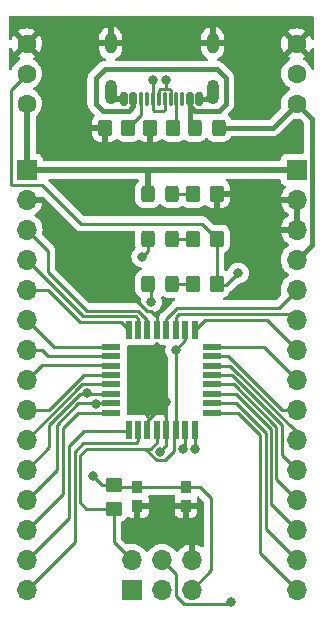
<source format=gbr>
%TF.GenerationSoftware,KiCad,Pcbnew,7.0.10*%
%TF.CreationDate,2024-02-12T16:57:49+10:00*%
%TF.ProjectId,devboard,64657662-6f61-4726-942e-6b696361645f,rev?*%
%TF.SameCoordinates,Original*%
%TF.FileFunction,Copper,L1,Top*%
%TF.FilePolarity,Positive*%
%FSLAX46Y46*%
G04 Gerber Fmt 4.6, Leading zero omitted, Abs format (unit mm)*
G04 Created by KiCad (PCBNEW 7.0.10) date 2024-02-12 16:57:49*
%MOMM*%
%LPD*%
G01*
G04 APERTURE LIST*
G04 Aperture macros list*
%AMRoundRect*
0 Rectangle with rounded corners*
0 $1 Rounding radius*
0 $2 $3 $4 $5 $6 $7 $8 $9 X,Y pos of 4 corners*
0 Add a 4 corners polygon primitive as box body*
4,1,4,$2,$3,$4,$5,$6,$7,$8,$9,$2,$3,0*
0 Add four circle primitives for the rounded corners*
1,1,$1+$1,$2,$3*
1,1,$1+$1,$4,$5*
1,1,$1+$1,$6,$7*
1,1,$1+$1,$8,$9*
0 Add four rect primitives between the rounded corners*
20,1,$1+$1,$2,$3,$4,$5,0*
20,1,$1+$1,$4,$5,$6,$7,0*
20,1,$1+$1,$6,$7,$8,$9,0*
20,1,$1+$1,$8,$9,$2,$3,0*%
G04 Aperture macros list end*
%TA.AperFunction,SMDPad,CuDef*%
%ADD10RoundRect,0.250000X0.350000X0.450000X-0.350000X0.450000X-0.350000X-0.450000X0.350000X-0.450000X0*%
%TD*%
%TA.AperFunction,SMDPad,CuDef*%
%ADD11RoundRect,0.250000X-0.350000X-0.450000X0.350000X-0.450000X0.350000X0.450000X-0.350000X0.450000X0*%
%TD*%
%TA.AperFunction,SMDPad,CuDef*%
%ADD12RoundRect,0.250000X0.325000X0.450000X-0.325000X0.450000X-0.325000X-0.450000X0.325000X-0.450000X0*%
%TD*%
%TA.AperFunction,ComponentPad*%
%ADD13R,1.700000X1.700000*%
%TD*%
%TA.AperFunction,ComponentPad*%
%ADD14O,1.700000X1.700000*%
%TD*%
%TA.AperFunction,SMDPad,CuDef*%
%ADD15RoundRect,0.250000X-0.325000X-0.450000X0.325000X-0.450000X0.325000X0.450000X-0.325000X0.450000X0*%
%TD*%
%TA.AperFunction,SMDPad,CuDef*%
%ADD16RoundRect,0.250000X0.450000X-0.350000X0.450000X0.350000X-0.450000X0.350000X-0.450000X-0.350000X0*%
%TD*%
%TA.AperFunction,SMDPad,CuDef*%
%ADD17R,0.900000X1.000000*%
%TD*%
%TA.AperFunction,ComponentPad*%
%ADD18C,1.600000*%
%TD*%
%TA.AperFunction,SMDPad,CuDef*%
%ADD19R,0.550000X1.600000*%
%TD*%
%TA.AperFunction,SMDPad,CuDef*%
%ADD20R,1.600000X0.550000*%
%TD*%
%TA.AperFunction,SMDPad,CuDef*%
%ADD21RoundRect,0.150000X0.150000X0.425000X-0.150000X0.425000X-0.150000X-0.425000X0.150000X-0.425000X0*%
%TD*%
%TA.AperFunction,SMDPad,CuDef*%
%ADD22RoundRect,0.075000X0.075000X0.500000X-0.075000X0.500000X-0.075000X-0.500000X0.075000X-0.500000X0*%
%TD*%
%TA.AperFunction,ComponentPad*%
%ADD23O,1.000000X2.100000*%
%TD*%
%TA.AperFunction,ComponentPad*%
%ADD24O,1.000000X1.800000*%
%TD*%
%TA.AperFunction,ViaPad*%
%ADD25C,0.800000*%
%TD*%
%TA.AperFunction,Conductor*%
%ADD26C,0.254000*%
%TD*%
%TA.AperFunction,Conductor*%
%ADD27C,0.250000*%
%TD*%
%TA.AperFunction,Conductor*%
%ADD28C,0.381000*%
%TD*%
%TA.AperFunction,Conductor*%
%ADD29C,0.508000*%
%TD*%
G04 APERTURE END LIST*
D10*
%TO.P,R6,1*%
%TO.N,Net-(J1-CC1)*%
X164830000Y-87884000D03*
%TO.P,R6,2*%
%TO.N,GND*%
X162830000Y-87884000D03*
%TD*%
D11*
%TO.P,R3,1*%
%TO.N,Net-(D3-A)*%
X166513000Y-101092000D03*
%TO.P,R3,2*%
%TO.N,/VDD_UART*%
X168513000Y-101092000D03*
%TD*%
D12*
%TO.P,D4,1,K*%
%TO.N,Net-(D4-K)*%
X164728000Y-93472000D03*
%TO.P,D4,2,A*%
%TO.N,+3.3V*%
X162678000Y-93472000D03*
%TD*%
D10*
%TO.P,R5,1*%
%TO.N,Net-(J1-CC2)*%
X161020000Y-87884000D03*
%TO.P,R5,2*%
%TO.N,GND*%
X159020000Y-87884000D03*
%TD*%
D13*
%TO.P,J4,1,Pin_1*%
%TO.N,+3.3V*%
X175260000Y-91445000D03*
D14*
%TO.P,J4,2,Pin_2*%
%TO.N,GND*%
X175260000Y-93985000D03*
%TO.P,J4,3,Pin_3*%
X175260000Y-96525000D03*
%TO.P,J4,4,Pin_4*%
%TO.N,/VIN*%
X175260000Y-99065000D03*
%TO.P,J4,5,Pin_5*%
%TO.N,/AREF*%
X175260000Y-101605000D03*
%TO.P,J4,6,Pin_6*%
%TO.N,/ADC6*%
X175260000Y-104145000D03*
%TO.P,J4,7,Pin_7*%
%TO.N,/SCK*%
X175260000Y-106685000D03*
%TO.P,J4,8,Pin_8*%
%TO.N,/MISO*%
X175260000Y-109225000D03*
%TO.P,J4,9,Pin_9*%
%TO.N,/MOSI*%
X175260000Y-111765000D03*
%TO.P,J4,10,Pin_10*%
%TO.N,/PB2*%
X175260000Y-114305000D03*
%TO.P,J4,11,Pin_11*%
%TO.N,/PB1*%
X175260000Y-116845000D03*
%TO.P,J4,12,Pin_12*%
%TO.N,/PB0*%
X175260000Y-119385000D03*
%TO.P,J4,13,Pin_13*%
%TO.N,/PD7*%
X175260000Y-121925000D03*
%TO.P,J4,14,Pin_14*%
%TO.N,/PD6*%
X175260000Y-124465000D03*
%TO.P,J4,15,Pin_15*%
%TO.N,/PD5*%
X175260000Y-127005000D03*
%TD*%
D13*
%TO.P,J2,1,MISO*%
%TO.N,/MISO*%
X161305000Y-127005000D03*
D14*
%TO.P,J2,2,VCC*%
%TO.N,+3.3V*%
X161305000Y-124465000D03*
%TO.P,J2,3,SCK*%
%TO.N,/SCK*%
X163845000Y-127005000D03*
%TO.P,J2,4,MOSI*%
%TO.N,/MOSI*%
X163845000Y-124465000D03*
%TO.P,J2,5,~{RST}*%
%TO.N,/RST*%
X166385000Y-127005000D03*
%TO.P,J2,6,GND*%
%TO.N,GND*%
X166385000Y-124465000D03*
%TD*%
D15*
%TO.P,D2,1,K*%
%TO.N,Net-(D2-K)*%
X162678000Y-97282000D03*
%TO.P,D2,2,A*%
%TO.N,Net-(D2-A)*%
X164728000Y-97282000D03*
%TD*%
D16*
%TO.P,R1,1*%
%TO.N,+3.3V*%
X159766000Y-120126000D03*
%TO.P,R1,2*%
%TO.N,/RST*%
X159766000Y-118126000D03*
%TD*%
D11*
%TO.P,R4,1*%
%TO.N,Net-(D4-K)*%
X166513000Y-93472000D03*
%TO.P,R4,2*%
%TO.N,GND*%
X168513000Y-93472000D03*
%TD*%
D15*
%TO.P,D3,1,K*%
%TO.N,Net-(D3-K)*%
X162678000Y-101092000D03*
%TO.P,D3,2,A*%
%TO.N,Net-(D3-A)*%
X164728000Y-101092000D03*
%TD*%
D17*
%TO.P,SW1,1,1*%
%TO.N,/RST*%
X161780000Y-118326000D03*
X165880000Y-118326000D03*
%TO.P,SW1,2,2*%
%TO.N,GND*%
X161780000Y-119926000D03*
X165880000Y-119926000D03*
%TD*%
D18*
%TO.P,SW3,1,A*%
%TO.N,+3.3V*%
X152400000Y-85852000D03*
%TO.P,SW3,2,B*%
%TO.N,/VDD_UART*%
X152400000Y-83312000D03*
%TO.P,SW3,3,C*%
%TO.N,GND*%
X152400000Y-80772000D03*
%TD*%
%TO.P,SW2,1,A*%
%TO.N,/VIN*%
X175260000Y-85852000D03*
%TO.P,SW2,2,B*%
%TO.N,Net-(SW2-B)*%
X175260000Y-83312000D03*
%TO.P,SW2,3,C*%
%TO.N,GND*%
X175260000Y-80772000D03*
%TD*%
D13*
%TO.P,J3,1,Pin_1*%
%TO.N,+3.3V*%
X152400000Y-91445000D03*
D14*
%TO.P,J3,2,Pin_2*%
%TO.N,GND*%
X152400000Y-93985000D03*
%TO.P,J3,3,Pin_3*%
%TO.N,/ADC7*%
X152400000Y-96525000D03*
%TO.P,J3,4,Pin_4*%
%TO.N,/PC0*%
X152400000Y-99065000D03*
%TO.P,J3,5,Pin_5*%
%TO.N,/PC1*%
X152400000Y-101605000D03*
%TO.P,J3,6,Pin_6*%
%TO.N,/PC2*%
X152400000Y-104145000D03*
%TO.P,J3,7,Pin_7*%
%TO.N,/PC3*%
X152400000Y-106685000D03*
%TO.P,J3,8,Pin_8*%
%TO.N,/PC4*%
X152400000Y-109225000D03*
%TO.P,J3,9,Pin_9*%
%TO.N,/PC5*%
X152400000Y-111765000D03*
%TO.P,J3,10,Pin_10*%
%TO.N,/RST*%
X152400000Y-114305000D03*
%TO.P,J3,11,Pin_11*%
%TO.N,/RXD*%
X152400000Y-116845000D03*
%TO.P,J3,12,Pin_12*%
%TO.N,/TXD*%
X152400000Y-119385000D03*
%TO.P,J3,13,Pin_13*%
%TO.N,/PD2*%
X152400000Y-121925000D03*
%TO.P,J3,14,Pin_14*%
%TO.N,/PD3*%
X152400000Y-124465000D03*
%TO.P,J3,15,Pin_15*%
%TO.N,/PD4*%
X152400000Y-127005000D03*
%TD*%
D11*
%TO.P,R2,1*%
%TO.N,Net-(D2-A)*%
X166513000Y-97282000D03*
%TO.P,R2,2*%
%TO.N,/VDD_UART*%
X168513000Y-97282000D03*
%TD*%
D19*
%TO.P,U1,1,PD3*%
%TO.N,/PD3*%
X161030000Y-113470000D03*
%TO.P,U1,2,PD4*%
%TO.N,/PD4*%
X161830000Y-113470000D03*
%TO.P,U1,3,GND*%
%TO.N,GND*%
X162630000Y-113470000D03*
%TO.P,U1,4,VCC*%
%TO.N,+3.3V*%
X163430000Y-113470000D03*
%TO.P,U1,5,GND*%
%TO.N,GND*%
X164230000Y-113470000D03*
%TO.P,U1,6,VCC*%
%TO.N,+3.3V*%
X165030000Y-113470000D03*
%TO.P,U1,7,XTAL1/PB6*%
%TO.N,Net-(U1-XTAL1{slash}PB6)*%
X165830000Y-113470000D03*
%TO.P,U1,8,XTAL2/PB7*%
%TO.N,Net-(U1-XTAL2{slash}PB7)*%
X166630000Y-113470000D03*
D20*
%TO.P,U1,9,PD5*%
%TO.N,/PD5*%
X168080000Y-112020000D03*
%TO.P,U1,10,PD6*%
%TO.N,/PD6*%
X168080000Y-111220000D03*
%TO.P,U1,11,PD7*%
%TO.N,/PD7*%
X168080000Y-110420000D03*
%TO.P,U1,12,PB0*%
%TO.N,/PB0*%
X168080000Y-109620000D03*
%TO.P,U1,13,PB1*%
%TO.N,/PB1*%
X168080000Y-108820000D03*
%TO.P,U1,14,PB2*%
%TO.N,/PB2*%
X168080000Y-108020000D03*
%TO.P,U1,15,PB3*%
%TO.N,/MOSI*%
X168080000Y-107220000D03*
%TO.P,U1,16,PB4*%
%TO.N,/MISO*%
X168080000Y-106420000D03*
D19*
%TO.P,U1,17,PB5*%
%TO.N,/SCK*%
X166630000Y-104970000D03*
%TO.P,U1,18,AVCC*%
%TO.N,+3.3V*%
X165830000Y-104970000D03*
%TO.P,U1,19,ADC6*%
%TO.N,/ADC6*%
X165030000Y-104970000D03*
%TO.P,U1,20,AREF*%
%TO.N,/AREF*%
X164230000Y-104970000D03*
%TO.P,U1,21,GND*%
%TO.N,GND*%
X163430000Y-104970000D03*
%TO.P,U1,22,ADC7*%
%TO.N,/ADC7*%
X162630000Y-104970000D03*
%TO.P,U1,23,PC0*%
%TO.N,/PC0*%
X161830000Y-104970000D03*
%TO.P,U1,24,PC1*%
%TO.N,/PC1*%
X161030000Y-104970000D03*
D20*
%TO.P,U1,25,PC2*%
%TO.N,/PC2*%
X159580000Y-106420000D03*
%TO.P,U1,26,PC3*%
%TO.N,/PC3*%
X159580000Y-107220000D03*
%TO.P,U1,27,PC4*%
%TO.N,/PC4*%
X159580000Y-108020000D03*
%TO.P,U1,28,PC5*%
%TO.N,/PC5*%
X159580000Y-108820000D03*
%TO.P,U1,29,~{RESET}/PC6*%
%TO.N,/RST*%
X159580000Y-109620000D03*
%TO.P,U1,30,PD0*%
%TO.N,/RXD*%
X159580000Y-110420000D03*
%TO.P,U1,31,PD1*%
%TO.N,/TXD*%
X159580000Y-111220000D03*
%TO.P,U1,32,PD2*%
%TO.N,/PD2*%
X159580000Y-112020000D03*
%TD*%
D12*
%TO.P,D1,1,K*%
%TO.N,/VIN*%
X168665000Y-87884000D03*
%TO.P,D1,2,A*%
%TO.N,/VBUS*%
X166615000Y-87884000D03*
%TD*%
D21*
%TO.P,J1,A1,GND*%
%TO.N,GND*%
X167030000Y-85468000D03*
%TO.P,J1,A4,VBUS*%
%TO.N,/VBUS*%
X166230000Y-85468000D03*
D22*
%TO.P,J1,A5,CC1*%
%TO.N,Net-(J1-CC1)*%
X165080000Y-85468000D03*
%TO.P,J1,A6,D+*%
%TO.N,/D+*%
X164080000Y-85468000D03*
%TO.P,J1,A7,D-*%
%TO.N,/D-*%
X163580000Y-85468000D03*
%TO.P,J1,A8,SBU1*%
%TO.N,unconnected-(J1-SBU1-PadA8)*%
X162580000Y-85468000D03*
D21*
%TO.P,J1,A9,VBUS*%
%TO.N,/VBUS*%
X161430000Y-85468000D03*
%TO.P,J1,A12,GND*%
%TO.N,GND*%
X160630000Y-85468000D03*
%TO.P,J1,B1,GND*%
X160630000Y-85468000D03*
%TO.P,J1,B4,VBUS*%
%TO.N,/VBUS*%
X161430000Y-85468000D03*
D22*
%TO.P,J1,B5,CC2*%
%TO.N,Net-(J1-CC2)*%
X162080000Y-85468000D03*
%TO.P,J1,B6,D+*%
%TO.N,/D+*%
X163080000Y-85468000D03*
%TO.P,J1,B7,D-*%
%TO.N,/D-*%
X164580000Y-85468000D03*
%TO.P,J1,B8,SBU2*%
%TO.N,unconnected-(J1-SBU2-PadB8)*%
X165580000Y-85468000D03*
D21*
%TO.P,J1,B9,VBUS*%
%TO.N,/VBUS*%
X166230000Y-85468000D03*
%TO.P,J1,B12,GND*%
%TO.N,GND*%
X167030000Y-85468000D03*
D23*
%TO.P,J1,S1,SHIELD*%
X168150000Y-84893000D03*
D24*
X168150000Y-80713000D03*
D23*
X159510000Y-84893000D03*
D24*
X159510000Y-80713000D03*
%TD*%
D25*
%TO.N,GND*%
X164211000Y-111125000D03*
X163703000Y-115316000D03*
%TO.N,Net-(U1-XTAL1{slash}PB6)*%
X165608000Y-115062000D03*
%TO.N,Net-(U1-XTAL2{slash}PB7)*%
X166624000Y-115062000D03*
%TO.N,+3.3V*%
X165030000Y-106699000D03*
%TO.N,Net-(D2-K)*%
X162179000Y-98806000D03*
%TO.N,Net-(D3-K)*%
X162941000Y-102616000D03*
%TO.N,/D+*%
X163068000Y-83820000D03*
%TO.N,/D-*%
X164211000Y-83820000D03*
%TO.N,/MOSI*%
X169672000Y-128078000D03*
%TO.N,/RST*%
X157988000Y-117348000D03*
%TO.N,/VDD_UART*%
X170307000Y-100203000D03*
%TO.N,/RXD*%
X157536520Y-110382423D03*
%TO.N,/TXD*%
X158242000Y-111252000D03*
%TD*%
D26*
%TO.N,/MOSI*%
X169568000Y-128182000D02*
X165711470Y-128182000D01*
X165711470Y-128182000D02*
X165022000Y-127492530D01*
X165022000Y-125642000D02*
X163845000Y-124465000D01*
X169672000Y-128078000D02*
X169568000Y-128182000D01*
X165022000Y-127492530D02*
X165022000Y-125642000D01*
%TO.N,/VDD_UART*%
X169291000Y-101219000D02*
X168640000Y-101219000D01*
X170307000Y-100203000D02*
X169291000Y-101219000D01*
X168640000Y-101219000D02*
X168513000Y-101092000D01*
%TO.N,+3.3V*%
X162433000Y-115062000D02*
X157480000Y-115062000D01*
X162433000Y-115074134D02*
X163401866Y-116043000D01*
X162892000Y-115062000D02*
X162433000Y-115062000D01*
X162433000Y-115062000D02*
X162433000Y-115074134D01*
X163401866Y-116043000D02*
X164119000Y-116043000D01*
X164881000Y-113619000D02*
X165030000Y-113470000D01*
X164119000Y-116043000D02*
X164881000Y-115281000D01*
X164881000Y-115281000D02*
X164881000Y-113619000D01*
D27*
%TO.N,GND*%
X162630000Y-113470000D02*
X162630000Y-112706000D01*
X162630000Y-112706000D02*
X164211000Y-111125000D01*
X164230000Y-113470000D02*
X164230000Y-114789000D01*
X162888000Y-103378000D02*
X162560000Y-103378000D01*
D28*
X167575000Y-85468000D02*
X168150000Y-84893000D01*
D27*
X164230000Y-111144000D02*
X164211000Y-111125000D01*
X164230000Y-113470000D02*
X164230000Y-111144000D01*
D28*
X160085000Y-85468000D02*
X159510000Y-84893000D01*
D27*
X163430000Y-103920000D02*
X162888000Y-103378000D01*
X163430000Y-104970000D02*
X163430000Y-103920000D01*
D28*
X160630000Y-85468000D02*
X160085000Y-85468000D01*
D27*
X162560000Y-103378000D02*
X161544000Y-102362000D01*
X164230000Y-114789000D02*
X163703000Y-115316000D01*
D28*
X167030000Y-85468000D02*
X167575000Y-85468000D01*
D26*
%TO.N,Net-(U1-XTAL1{slash}PB6)*%
X165830000Y-114840000D02*
X165830000Y-113470000D01*
X165608000Y-115062000D02*
X165830000Y-114840000D01*
%TO.N,Net-(U1-XTAL2{slash}PB7)*%
X166624000Y-113476000D02*
X166630000Y-113470000D01*
X166624000Y-115062000D02*
X166624000Y-113476000D01*
%TO.N,+3.3V*%
X157464000Y-120126000D02*
X159766000Y-120126000D01*
D29*
X152400000Y-91445000D02*
X162687000Y-91445000D01*
X162687000Y-91445000D02*
X162678000Y-91454000D01*
D26*
X163430000Y-114524000D02*
X162892000Y-115062000D01*
X156918000Y-115624000D02*
X156918000Y-119580000D01*
D29*
X162687000Y-91445000D02*
X175260000Y-91445000D01*
D26*
X165030000Y-110236000D02*
X165030000Y-108458000D01*
X157480000Y-115062000D02*
X156918000Y-115624000D01*
D29*
X152400000Y-85852000D02*
X152400000Y-91445000D01*
D26*
X165030000Y-106699000D02*
X165830000Y-105899000D01*
X165030000Y-108458000D02*
X165030000Y-106699000D01*
X163430000Y-113470000D02*
X163430000Y-114524000D01*
X165030000Y-113470000D02*
X165030000Y-110236000D01*
D29*
X162678000Y-91454000D02*
X162678000Y-93472000D01*
D26*
X156918000Y-119580000D02*
X157464000Y-120126000D01*
X159766000Y-122926000D02*
X161305000Y-124465000D01*
X159766000Y-120126000D02*
X159766000Y-122926000D01*
X165830000Y-105899000D02*
X165830000Y-104970000D01*
D28*
%TO.N,/VIN*%
X168665000Y-87884000D02*
X173228000Y-87884000D01*
X176547500Y-97777500D02*
X175260000Y-99065000D01*
X176547500Y-87139500D02*
X176547500Y-97777500D01*
X175260000Y-85852000D02*
X176547500Y-87139500D01*
X173228000Y-87884000D02*
X175260000Y-85852000D01*
%TO.N,/VBUS*%
X166230000Y-87499000D02*
X166615000Y-87884000D01*
X166230000Y-86042999D02*
X166230000Y-85468000D01*
X161430000Y-85468000D02*
X161430000Y-86042999D01*
X161430000Y-86042999D02*
X161039499Y-86433500D01*
X169291000Y-83693000D02*
X169291000Y-85852000D01*
X161039499Y-86433500D02*
X158823500Y-86433500D01*
X169291000Y-85852000D02*
X168709500Y-86433500D01*
X158823500Y-86433500D02*
X158242000Y-85852000D01*
X158242000Y-85852000D02*
X158242000Y-83693000D01*
X159004000Y-82931000D02*
X168529000Y-82931000D01*
X166230000Y-85468000D02*
X166230000Y-87499000D01*
X168529000Y-82931000D02*
X169291000Y-83693000D01*
X158242000Y-83693000D02*
X159004000Y-82931000D01*
X166620501Y-86433500D02*
X166230000Y-86042999D01*
X168709500Y-86433500D02*
X166620501Y-86433500D01*
D26*
%TO.N,Net-(D2-K)*%
X162179000Y-98806000D02*
X162687000Y-98298000D01*
X162687000Y-98298000D02*
X162687000Y-97291000D01*
X162687000Y-97291000D02*
X162678000Y-97282000D01*
%TO.N,Net-(D2-A)*%
X166513000Y-97282000D02*
X164728000Y-97282000D01*
%TO.N,Net-(D3-K)*%
X162941000Y-102616000D02*
X162941000Y-101355000D01*
X162941000Y-101355000D02*
X162678000Y-101092000D01*
%TO.N,Net-(D3-A)*%
X166513000Y-101092000D02*
X164728000Y-101092000D01*
%TO.N,Net-(D4-K)*%
X166513000Y-93472000D02*
X164728000Y-93472000D01*
%TO.N,Net-(J1-CC1)*%
X165080000Y-87634000D02*
X164830000Y-87884000D01*
X165080000Y-85468000D02*
X165080000Y-87634000D01*
%TO.N,/D+*%
X163080000Y-83832000D02*
X163068000Y-83820000D01*
X163080000Y-85468000D02*
X163080000Y-86372000D01*
X164080000Y-86364000D02*
X164080000Y-85468000D01*
X163080000Y-85468000D02*
X163080000Y-83832000D01*
X163195000Y-86487000D02*
X163957000Y-86487000D01*
X163957000Y-86487000D02*
X164080000Y-86364000D01*
X163080000Y-86372000D02*
X163195000Y-86487000D01*
%TO.N,/D-*%
X164580000Y-84689000D02*
X164580000Y-85468000D01*
X163580000Y-85468000D02*
X163580000Y-84709000D01*
X164100000Y-84566000D02*
X164211000Y-84455000D01*
X164457000Y-84566000D02*
X164580000Y-84689000D01*
X164211000Y-84455000D02*
X164211000Y-83820000D01*
X163723000Y-84566000D02*
X164457000Y-84566000D01*
X163723000Y-84566000D02*
X164100000Y-84566000D01*
X163580000Y-84709000D02*
X163723000Y-84566000D01*
%TO.N,Net-(J1-CC2)*%
X162080000Y-86824000D02*
X161020000Y-87884000D01*
X162080000Y-85468000D02*
X162080000Y-86824000D01*
%TO.N,/MISO*%
X175260000Y-109225000D02*
X172455000Y-106420000D01*
X172455000Y-106420000D02*
X168080000Y-106420000D01*
%TO.N,/SCK*%
X167460000Y-104140000D02*
X166630000Y-104970000D01*
X172715000Y-104140000D02*
X167460000Y-104140000D01*
X175260000Y-106685000D02*
X172715000Y-104140000D01*
%TO.N,/MOSI*%
X175260000Y-111765000D02*
X174002052Y-111765000D01*
X174002052Y-111765000D02*
X169457052Y-107220000D01*
X169457052Y-107220000D02*
X168080000Y-107220000D01*
%TO.N,/RST*%
X152400000Y-114305000D02*
X152400000Y-114300000D01*
X157080000Y-109620000D02*
X159580000Y-109620000D01*
X152400000Y-114300000D02*
X157080000Y-109620000D01*
X159966000Y-118326000D02*
X159766000Y-118126000D01*
X165880000Y-118326000D02*
X167094000Y-118326000D01*
X161780000Y-118326000D02*
X159966000Y-118326000D01*
X159766000Y-118126000D02*
X158766000Y-118126000D01*
X168021000Y-125369000D02*
X166385000Y-127005000D01*
X165880000Y-118326000D02*
X161780000Y-118326000D01*
X167094000Y-118326000D02*
X168021000Y-119253000D01*
X168021000Y-119253000D02*
X168021000Y-125369000D01*
X158766000Y-118126000D02*
X157988000Y-117348000D01*
%TO.N,/VDD_UART*%
X151049000Y-84663000D02*
X151049000Y-92710000D01*
X152400000Y-83312000D02*
X151049000Y-84663000D01*
X153670000Y-92710000D02*
X156972000Y-96012000D01*
X156972000Y-96012000D02*
X167243000Y-96012000D01*
X167243000Y-96012000D02*
X168513000Y-97282000D01*
X168513000Y-97282000D02*
X168513000Y-101092000D01*
X151049000Y-92710000D02*
X153670000Y-92710000D01*
%TO.N,/PD3*%
X160962000Y-113538000D02*
X157226000Y-113538000D01*
X155956000Y-114808000D02*
X155956000Y-120904000D01*
X157226000Y-113538000D02*
X155956000Y-114808000D01*
X155956000Y-120904000D02*
X152400000Y-124460000D01*
X161030000Y-113470000D02*
X160962000Y-113538000D01*
X152400000Y-124460000D02*
X152400000Y-124465000D01*
%TO.N,/PD4*%
X156464000Y-122936000D02*
X156464000Y-115316000D01*
X161632000Y-114597000D02*
X161830000Y-114399000D01*
X152400000Y-127005000D02*
X152400000Y-127000000D01*
X157183000Y-114597000D02*
X161632000Y-114597000D01*
X152400000Y-127000000D02*
X156464000Y-122936000D01*
X156464000Y-115316000D02*
X157183000Y-114597000D01*
X161830000Y-114399000D02*
X161830000Y-113470000D01*
%TO.N,/PD5*%
X172174000Y-123919000D02*
X175260000Y-127005000D01*
X168080000Y-112020000D02*
X170305948Y-112020000D01*
X172174000Y-113888052D02*
X172174000Y-123919000D01*
X170305948Y-112020000D02*
X172174000Y-113888052D01*
%TO.N,/PD6*%
X170148000Y-111220000D02*
X172628000Y-113700000D01*
X168080000Y-111220000D02*
X170148000Y-111220000D01*
X172628000Y-113700000D02*
X172628000Y-121833000D01*
X172628000Y-121833000D02*
X175260000Y-124465000D01*
%TO.N,/PD7*%
X170088844Y-110420000D02*
X168080000Y-110420000D01*
X173082000Y-113413156D02*
X170088844Y-110420000D01*
X175260000Y-121925000D02*
X173082000Y-119747000D01*
X173082000Y-119747000D02*
X173082000Y-113413156D01*
%TO.N,/PB0*%
X173536000Y-117661000D02*
X173536000Y-113225104D01*
X173536000Y-113225104D02*
X169930896Y-109620000D01*
X169930896Y-109620000D02*
X168080000Y-109620000D01*
X175260000Y-119385000D02*
X173536000Y-117661000D01*
%TO.N,/PB1*%
X173990000Y-115575000D02*
X173990000Y-113037052D01*
X175260000Y-116845000D02*
X173990000Y-115575000D01*
X173990000Y-113037052D02*
X169772948Y-108820000D01*
X169772948Y-108820000D02*
X168080000Y-108820000D01*
%TO.N,/PB2*%
X175260000Y-114305000D02*
X175260000Y-113665000D01*
X175260000Y-113665000D02*
X169615000Y-108020000D01*
X169615000Y-108020000D02*
X168080000Y-108020000D01*
%TO.N,/ADC6*%
X175260000Y-104145000D02*
X174747000Y-103632000D01*
X174747000Y-103632000D02*
X165314000Y-103632000D01*
X165314000Y-103632000D02*
X165030000Y-103916000D01*
X165030000Y-103916000D02*
X165030000Y-104970000D01*
%TO.N,/AREF*%
X165147000Y-103124000D02*
X164230000Y-104041000D01*
X175260000Y-101605000D02*
X173741000Y-103124000D01*
X173741000Y-103124000D02*
X165147000Y-103124000D01*
X164230000Y-104041000D02*
X164230000Y-104970000D01*
%TO.N,/ADC7*%
X154178000Y-100076000D02*
X157491000Y-103389000D01*
X154178000Y-98303000D02*
X154178000Y-100076000D01*
X157491000Y-103389000D02*
X161820052Y-103389000D01*
X152400000Y-96525000D02*
X154178000Y-98303000D01*
X161820052Y-103389000D02*
X162630000Y-104198948D01*
X162630000Y-104198948D02*
X162630000Y-104970000D01*
%TO.N,/PC0*%
X161632000Y-103843000D02*
X161830000Y-104041000D01*
X157183000Y-103843000D02*
X161632000Y-103843000D01*
X152400000Y-99065000D02*
X152405000Y-99065000D01*
X161830000Y-104041000D02*
X161830000Y-104970000D01*
X152405000Y-99065000D02*
X157183000Y-103843000D01*
%TO.N,/PC1*%
X152400000Y-101605000D02*
X154183000Y-101605000D01*
X156875000Y-104297000D02*
X160357000Y-104297000D01*
X154183000Y-101605000D02*
X156875000Y-104297000D01*
X160357000Y-104297000D02*
X161030000Y-104970000D01*
%TO.N,/PC2*%
X152400000Y-104145000D02*
X154675000Y-106420000D01*
X154675000Y-106420000D02*
X159580000Y-106420000D01*
%TO.N,/PC3*%
X154210000Y-107220000D02*
X159580000Y-107220000D01*
X152400000Y-106685000D02*
X152405000Y-106680000D01*
X153670000Y-106680000D02*
X154210000Y-107220000D01*
X152405000Y-106680000D02*
X153670000Y-106680000D01*
%TO.N,/PC4*%
X153675000Y-107950000D02*
X159510000Y-107950000D01*
X159510000Y-107950000D02*
X159580000Y-108020000D01*
X152400000Y-109225000D02*
X153675000Y-107950000D01*
%TO.N,/PC5*%
X157237948Y-108820000D02*
X159580000Y-108820000D01*
X152400000Y-111765000D02*
X154292948Y-111765000D01*
X154292948Y-111765000D02*
X157237948Y-108820000D01*
%TO.N,/RXD*%
X154305000Y-113037052D02*
X156922052Y-110420000D01*
X156922052Y-110420000D02*
X159580000Y-110420000D01*
X152400000Y-116845000D02*
X154305000Y-114940000D01*
X154305000Y-114940000D02*
X154305000Y-113037052D01*
%TO.N,/TXD*%
X156764104Y-111220000D02*
X159580000Y-111220000D01*
X154940000Y-113044104D02*
X156764104Y-111220000D01*
X154940000Y-116845000D02*
X154940000Y-113044104D01*
X152400000Y-119385000D02*
X154940000Y-116845000D01*
%TO.N,/PD2*%
X155448000Y-113284000D02*
X155448000Y-118877000D01*
X155448000Y-118877000D02*
X152400000Y-121925000D01*
X159580000Y-112020000D02*
X156712000Y-112020000D01*
X156712000Y-112020000D02*
X155448000Y-113284000D01*
%TD*%
%TA.AperFunction,Conductor*%
%TO.N,GND*%
G36*
X164924318Y-118973185D02*
G01*
X164970073Y-119025989D01*
X164973461Y-119034166D01*
X164989303Y-119076640D01*
X164987733Y-119077225D01*
X165000383Y-119135367D01*
X164988687Y-119175206D01*
X164989746Y-119175601D01*
X164936403Y-119318620D01*
X164936401Y-119318627D01*
X164930000Y-119378155D01*
X164930000Y-119676000D01*
X166830000Y-119676000D01*
X166830000Y-119378172D01*
X166829999Y-119378155D01*
X166823598Y-119318627D01*
X166823596Y-119318619D01*
X166799370Y-119253667D01*
X166794385Y-119183975D01*
X166827869Y-119122652D01*
X166889192Y-119089166D01*
X166958884Y-119094150D01*
X167003232Y-119122651D01*
X167357181Y-119476600D01*
X167390666Y-119537923D01*
X167393500Y-119564281D01*
X167393500Y-123284912D01*
X167373815Y-123351951D01*
X167321011Y-123397706D01*
X167251853Y-123407650D01*
X167198376Y-123386487D01*
X167062578Y-123291399D01*
X166848492Y-123191570D01*
X166848486Y-123191567D01*
X166635000Y-123134364D01*
X166635000Y-124029498D01*
X166527315Y-123980320D01*
X166420763Y-123965000D01*
X166349237Y-123965000D01*
X166242685Y-123980320D01*
X166135000Y-124029498D01*
X166135000Y-123134364D01*
X166134999Y-123134364D01*
X165921513Y-123191567D01*
X165921507Y-123191570D01*
X165707422Y-123291399D01*
X165707420Y-123291400D01*
X165513926Y-123426886D01*
X165513920Y-123426891D01*
X165346891Y-123593920D01*
X165346890Y-123593922D01*
X165216880Y-123779595D01*
X165162303Y-123823219D01*
X165092804Y-123830412D01*
X165030450Y-123798890D01*
X165013730Y-123779594D01*
X164883494Y-123593597D01*
X164716402Y-123426506D01*
X164716395Y-123426501D01*
X164522834Y-123290967D01*
X164522830Y-123290965D01*
X164502689Y-123281573D01*
X164308663Y-123191097D01*
X164308659Y-123191096D01*
X164308655Y-123191094D01*
X164080413Y-123129938D01*
X164080403Y-123129936D01*
X163845001Y-123109341D01*
X163844999Y-123109341D01*
X163609596Y-123129936D01*
X163609586Y-123129938D01*
X163381344Y-123191094D01*
X163381337Y-123191096D01*
X163381337Y-123191097D01*
X163374007Y-123194515D01*
X163167171Y-123290964D01*
X163167169Y-123290965D01*
X162973597Y-123426505D01*
X162806505Y-123593597D01*
X162676575Y-123779158D01*
X162621998Y-123822783D01*
X162552500Y-123829977D01*
X162490145Y-123798454D01*
X162473425Y-123779158D01*
X162343494Y-123593597D01*
X162176402Y-123426506D01*
X162176395Y-123426501D01*
X161982834Y-123290967D01*
X161982830Y-123290965D01*
X161962689Y-123281573D01*
X161768663Y-123191097D01*
X161768659Y-123191096D01*
X161768655Y-123191094D01*
X161540413Y-123129938D01*
X161540403Y-123129936D01*
X161305001Y-123109341D01*
X161304999Y-123109341D01*
X161069596Y-123129936D01*
X161069583Y-123129939D01*
X160971356Y-123156258D01*
X160901507Y-123154595D01*
X160851583Y-123124164D01*
X160429819Y-122702399D01*
X160396334Y-122641076D01*
X160393500Y-122614718D01*
X160393500Y-121297353D01*
X160413185Y-121230314D01*
X160465989Y-121184559D01*
X160478482Y-121179652D01*
X160535334Y-121160814D01*
X160684656Y-121068712D01*
X160808712Y-120944656D01*
X160857451Y-120865636D01*
X160909399Y-120818912D01*
X160978361Y-120807689D01*
X161037301Y-120831467D01*
X161087906Y-120869350D01*
X161087913Y-120869354D01*
X161222620Y-120919596D01*
X161222627Y-120919598D01*
X161282155Y-120925999D01*
X161282172Y-120926000D01*
X161530000Y-120926000D01*
X161530000Y-120176000D01*
X162030000Y-120176000D01*
X162030000Y-120926000D01*
X162277828Y-120926000D01*
X162277844Y-120925999D01*
X162337372Y-120919598D01*
X162337379Y-120919596D01*
X162472086Y-120869354D01*
X162472093Y-120869350D01*
X162587187Y-120783190D01*
X162587190Y-120783187D01*
X162673350Y-120668093D01*
X162673354Y-120668086D01*
X162723596Y-120533379D01*
X162723598Y-120533372D01*
X162729999Y-120473844D01*
X162730000Y-120473827D01*
X162730000Y-120176000D01*
X164930000Y-120176000D01*
X164930000Y-120473844D01*
X164936401Y-120533372D01*
X164936403Y-120533379D01*
X164986645Y-120668086D01*
X164986649Y-120668093D01*
X165072809Y-120783187D01*
X165072812Y-120783190D01*
X165187906Y-120869350D01*
X165187913Y-120869354D01*
X165322620Y-120919596D01*
X165322627Y-120919598D01*
X165382155Y-120925999D01*
X165382172Y-120926000D01*
X165630000Y-120926000D01*
X165630000Y-120176000D01*
X166130000Y-120176000D01*
X166130000Y-120926000D01*
X166377828Y-120926000D01*
X166377844Y-120925999D01*
X166437372Y-120919598D01*
X166437379Y-120919596D01*
X166572086Y-120869354D01*
X166572093Y-120869350D01*
X166687187Y-120783190D01*
X166687190Y-120783187D01*
X166773350Y-120668093D01*
X166773354Y-120668086D01*
X166823596Y-120533379D01*
X166823598Y-120533372D01*
X166829999Y-120473844D01*
X166830000Y-120473827D01*
X166830000Y-120176000D01*
X166130000Y-120176000D01*
X165630000Y-120176000D01*
X164930000Y-120176000D01*
X162730000Y-120176000D01*
X162030000Y-120176000D01*
X161530000Y-120176000D01*
X161530000Y-119800000D01*
X161549685Y-119732961D01*
X161602489Y-119687206D01*
X161654000Y-119676000D01*
X162730000Y-119676000D01*
X162730000Y-119378172D01*
X162729999Y-119378155D01*
X162723598Y-119318627D01*
X162723597Y-119318623D01*
X162670253Y-119175602D01*
X162672067Y-119174925D01*
X162659616Y-119117674D01*
X162671570Y-119076966D01*
X162670696Y-119076640D01*
X162673794Y-119068333D01*
X162673796Y-119068331D01*
X162686539Y-119034164D01*
X162728410Y-118978233D01*
X162793874Y-118953816D01*
X162802720Y-118953500D01*
X164857279Y-118953500D01*
X164924318Y-118973185D01*
G37*
%TD.AperFunction*%
%TA.AperFunction,Conductor*%
G36*
X164196539Y-114789685D02*
G01*
X164242294Y-114842489D01*
X164253500Y-114894000D01*
X164253500Y-114969719D01*
X164233815Y-115036758D01*
X164217181Y-115057400D01*
X163895400Y-115379181D01*
X163834077Y-115412666D01*
X163807719Y-115415500D01*
X163725281Y-115415500D01*
X163658242Y-115395815D01*
X163612487Y-115343011D01*
X163602543Y-115273853D01*
X163631568Y-115210297D01*
X163637590Y-115203828D01*
X163815047Y-115026370D01*
X163827325Y-115016537D01*
X163827144Y-115016318D01*
X163833157Y-115011342D01*
X163833162Y-115011340D01*
X163879384Y-114962116D01*
X163882033Y-114959384D01*
X163901623Y-114939796D01*
X163904096Y-114936606D01*
X163911682Y-114927722D01*
X163941693Y-114895767D01*
X163951389Y-114878128D01*
X163962073Y-114861861D01*
X163974408Y-114845962D01*
X163974409Y-114845960D01*
X163974931Y-114844755D01*
X163975592Y-114843959D01*
X163978383Y-114839242D01*
X163979143Y-114839691D01*
X164019620Y-114791047D01*
X164086252Y-114770025D01*
X164088733Y-114770000D01*
X164129500Y-114770000D01*
X164196539Y-114789685D01*
G37*
%TD.AperFunction*%
%TA.AperFunction,Conductor*%
G36*
X163517681Y-106023089D02*
G01*
X163529261Y-106036452D01*
X163597454Y-106127546D01*
X163626433Y-106149240D01*
X163630309Y-106152141D01*
X163672181Y-106208074D01*
X163680000Y-106251409D01*
X163680000Y-106270000D01*
X163752828Y-106270000D01*
X163752839Y-106269999D01*
X163814395Y-106263380D01*
X163840909Y-106263380D01*
X163847514Y-106264090D01*
X163847517Y-106264091D01*
X163907127Y-106270500D01*
X164051714Y-106270499D01*
X164118753Y-106290183D01*
X164164508Y-106342987D01*
X164174452Y-106412145D01*
X164169645Y-106432816D01*
X164144327Y-106510738D01*
X164144326Y-106510742D01*
X164144326Y-106510744D01*
X164124540Y-106699000D01*
X164144326Y-106887256D01*
X164144327Y-106887259D01*
X164202818Y-107067277D01*
X164202821Y-107067284D01*
X164249789Y-107148636D01*
X164297467Y-107231216D01*
X164370651Y-107312494D01*
X164400880Y-107375484D01*
X164402500Y-107395465D01*
X164402500Y-112264441D01*
X164382815Y-112331480D01*
X164377766Y-112338753D01*
X164329265Y-112403541D01*
X164273331Y-112445411D01*
X164203639Y-112450395D01*
X164142317Y-112416909D01*
X164130739Y-112403548D01*
X164062546Y-112312454D01*
X164029686Y-112287855D01*
X163987817Y-112231921D01*
X163980000Y-112188590D01*
X163980000Y-112170000D01*
X163907166Y-112170000D01*
X163845595Y-112176619D01*
X163819088Y-112176619D01*
X163809818Y-112175622D01*
X163752873Y-112169500D01*
X163752865Y-112169500D01*
X163107129Y-112169500D01*
X163107125Y-112169501D01*
X163059160Y-112174657D01*
X163047517Y-112175909D01*
X163047516Y-112175909D01*
X163040904Y-112176620D01*
X163014393Y-112176619D01*
X162952842Y-112170000D01*
X162880000Y-112170000D01*
X162880000Y-112188590D01*
X162860315Y-112255629D01*
X162830313Y-112287856D01*
X162797451Y-112312456D01*
X162729266Y-112403540D01*
X162673332Y-112445411D01*
X162603641Y-112450395D01*
X162542318Y-112416909D01*
X162530734Y-112403540D01*
X162462548Y-112312456D01*
X162462546Y-112312455D01*
X162462546Y-112312454D01*
X162429686Y-112287855D01*
X162387817Y-112231921D01*
X162380000Y-112188590D01*
X162380000Y-112170000D01*
X162307166Y-112170000D01*
X162245595Y-112176619D01*
X162219088Y-112176619D01*
X162209818Y-112175622D01*
X162152873Y-112169500D01*
X162152865Y-112169500D01*
X161507129Y-112169500D01*
X161507120Y-112169501D01*
X161443248Y-112176367D01*
X161416742Y-112176367D01*
X161412483Y-112175909D01*
X161352873Y-112169500D01*
X161352867Y-112169500D01*
X161004499Y-112169500D01*
X160937460Y-112149815D01*
X160891705Y-112097011D01*
X160880499Y-112045500D01*
X160880499Y-111697129D01*
X160880499Y-111697128D01*
X160874091Y-111637517D01*
X160874089Y-111637513D01*
X160873632Y-111633255D01*
X160873632Y-111606745D01*
X160874089Y-111602486D01*
X160874091Y-111602483D01*
X160880500Y-111542873D01*
X160880499Y-110897128D01*
X160874091Y-110837517D01*
X160874089Y-110837513D01*
X160873632Y-110833255D01*
X160873632Y-110806745D01*
X160874089Y-110802486D01*
X160874091Y-110802483D01*
X160880500Y-110742873D01*
X160880499Y-110097128D01*
X160874091Y-110037517D01*
X160874089Y-110037513D01*
X160873632Y-110033255D01*
X160873632Y-110006745D01*
X160874089Y-110002486D01*
X160874091Y-110002483D01*
X160880500Y-109942873D01*
X160880499Y-109297128D01*
X160874091Y-109237517D01*
X160874089Y-109237513D01*
X160873632Y-109233255D01*
X160873632Y-109206745D01*
X160874089Y-109202486D01*
X160874091Y-109202483D01*
X160880500Y-109142873D01*
X160880499Y-108497128D01*
X160874091Y-108437517D01*
X160874089Y-108437513D01*
X160873632Y-108433255D01*
X160873632Y-108406745D01*
X160874089Y-108402486D01*
X160874091Y-108402483D01*
X160880500Y-108342873D01*
X160880499Y-107697128D01*
X160874091Y-107637517D01*
X160874089Y-107637513D01*
X160873632Y-107633255D01*
X160873632Y-107606745D01*
X160874089Y-107602486D01*
X160874091Y-107602483D01*
X160880500Y-107542873D01*
X160880499Y-106897128D01*
X160874091Y-106837517D01*
X160874089Y-106837513D01*
X160873632Y-106833255D01*
X160873632Y-106806745D01*
X160874089Y-106802486D01*
X160874091Y-106802483D01*
X160880500Y-106742873D01*
X160880499Y-106394498D01*
X160900183Y-106327460D01*
X160952987Y-106281705D01*
X161004499Y-106270499D01*
X161352871Y-106270499D01*
X161352872Y-106270499D01*
X161412483Y-106264091D01*
X161412486Y-106264089D01*
X161416744Y-106263632D01*
X161443254Y-106263632D01*
X161447514Y-106264089D01*
X161447517Y-106264091D01*
X161507127Y-106270500D01*
X162152872Y-106270499D01*
X162212483Y-106264091D01*
X162212486Y-106264089D01*
X162216744Y-106263632D01*
X162243254Y-106263632D01*
X162247514Y-106264089D01*
X162247517Y-106264091D01*
X162307127Y-106270500D01*
X162952872Y-106270499D01*
X163012483Y-106264091D01*
X163012483Y-106264090D01*
X163019096Y-106263380D01*
X163045607Y-106263381D01*
X163107157Y-106269999D01*
X163107172Y-106270000D01*
X163180000Y-106270000D01*
X163180000Y-106251409D01*
X163199685Y-106184370D01*
X163229691Y-106152141D01*
X163231175Y-106151030D01*
X163262546Y-106127546D01*
X163330734Y-106036457D01*
X163386667Y-105994588D01*
X163456358Y-105989604D01*
X163517681Y-106023089D01*
G37*
%TD.AperFunction*%
%TA.AperFunction,Conductor*%
G36*
X163951144Y-102146772D02*
G01*
X163967959Y-102155445D01*
X164083666Y-102226814D01*
X164250203Y-102281999D01*
X164352991Y-102292500D01*
X164888599Y-102292499D01*
X164955638Y-102312183D01*
X165001393Y-102364987D01*
X165011337Y-102434146D01*
X164982312Y-102497702D01*
X164923534Y-102535476D01*
X164923197Y-102535574D01*
X164895810Y-102543531D01*
X164895806Y-102543533D01*
X164878480Y-102553779D01*
X164861010Y-102562337D01*
X164842298Y-102569745D01*
X164806826Y-102595516D01*
X164797066Y-102601927D01*
X164759346Y-102624234D01*
X164745106Y-102638474D01*
X164730320Y-102651102D01*
X164714033Y-102662936D01*
X164686090Y-102696712D01*
X164678229Y-102705350D01*
X163844953Y-103538626D01*
X163832669Y-103548469D01*
X163832849Y-103548687D01*
X163826837Y-103553660D01*
X163780646Y-103602847D01*
X163777941Y-103605638D01*
X163758383Y-103625196D01*
X163755909Y-103628004D01*
X163696809Y-103665273D01*
X163682770Y-103667229D01*
X163680000Y-103670000D01*
X163680000Y-103688589D01*
X163660315Y-103755628D01*
X163630313Y-103787854D01*
X163597459Y-103812449D01*
X163597451Y-103812457D01*
X163529266Y-103903540D01*
X163473332Y-103945411D01*
X163403641Y-103950395D01*
X163342318Y-103916909D01*
X163330734Y-103903540D01*
X163262548Y-103812456D01*
X163262546Y-103812455D01*
X163262546Y-103812454D01*
X163229686Y-103787855D01*
X163187817Y-103731921D01*
X163180000Y-103688590D01*
X163180000Y-103664427D01*
X163153218Y-103615380D01*
X163158202Y-103545688D01*
X163200074Y-103489755D01*
X163223935Y-103475749D01*
X163393730Y-103400151D01*
X163546871Y-103288888D01*
X163673533Y-103148216D01*
X163768179Y-102984284D01*
X163826674Y-102804256D01*
X163846460Y-102616000D01*
X163826674Y-102427744D01*
X163784943Y-102299309D01*
X163782948Y-102229468D01*
X163819028Y-102169635D01*
X163881729Y-102138807D01*
X163951144Y-102146772D01*
G37*
%TD.AperFunction*%
%TA.AperFunction,Conductor*%
G36*
X153823258Y-93754685D02*
G01*
X153843900Y-93771319D01*
X156469624Y-96397043D01*
X156479471Y-96409333D01*
X156479689Y-96409154D01*
X156484657Y-96415159D01*
X156533846Y-96461351D01*
X156536643Y-96464062D01*
X156556207Y-96483626D01*
X156559385Y-96486090D01*
X156568281Y-96493687D01*
X156600235Y-96523695D01*
X156600237Y-96523696D01*
X156617867Y-96533387D01*
X156634135Y-96544072D01*
X156650038Y-96556408D01*
X156650040Y-96556409D01*
X156650042Y-96556410D01*
X156669942Y-96565021D01*
X156690260Y-96573813D01*
X156700749Y-96578951D01*
X156739166Y-96600072D01*
X156758667Y-96605079D01*
X156777061Y-96611376D01*
X156795541Y-96619373D01*
X156838841Y-96626230D01*
X156850248Y-96628592D01*
X156892728Y-96639500D01*
X156912859Y-96639500D01*
X156932256Y-96641026D01*
X156952133Y-96644175D01*
X156992208Y-96640386D01*
X156995770Y-96640050D01*
X157007439Y-96639500D01*
X161479743Y-96639500D01*
X161546782Y-96659185D01*
X161592537Y-96711989D01*
X161603102Y-96776097D01*
X161602500Y-96781988D01*
X161602500Y-97782001D01*
X161602501Y-97782019D01*
X161613000Y-97884796D01*
X161613001Y-97884800D01*
X161643069Y-97975538D01*
X161645471Y-98045367D01*
X161609739Y-98105409D01*
X161598252Y-98114857D01*
X161573132Y-98133108D01*
X161573123Y-98133116D01*
X161446466Y-98273785D01*
X161351821Y-98437715D01*
X161351818Y-98437722D01*
X161293327Y-98617740D01*
X161293326Y-98617744D01*
X161273540Y-98806000D01*
X161293326Y-98994256D01*
X161293327Y-98994259D01*
X161351818Y-99174277D01*
X161351821Y-99174284D01*
X161446467Y-99338216D01*
X161573129Y-99478888D01*
X161726265Y-99590148D01*
X161726270Y-99590151D01*
X161899192Y-99667142D01*
X161899197Y-99667144D01*
X162066910Y-99702792D01*
X162128392Y-99735984D01*
X162162168Y-99797147D01*
X162157516Y-99866862D01*
X162115911Y-99922994D01*
X162080135Y-99941787D01*
X162033671Y-99957184D01*
X162033663Y-99957187D01*
X161884342Y-100049289D01*
X161760289Y-100173342D01*
X161668187Y-100322663D01*
X161668186Y-100322666D01*
X161613001Y-100489203D01*
X161613001Y-100489204D01*
X161613000Y-100489204D01*
X161602500Y-100591983D01*
X161602500Y-101592001D01*
X161602501Y-101592019D01*
X161613000Y-101694796D01*
X161613001Y-101694799D01*
X161661250Y-101840403D01*
X161668186Y-101861334D01*
X161760288Y-102010656D01*
X161884344Y-102134712D01*
X162023144Y-102220324D01*
X162069868Y-102272272D01*
X162081091Y-102341235D01*
X162075978Y-102364180D01*
X162055327Y-102427738D01*
X162055327Y-102427740D01*
X162055326Y-102427744D01*
X162040401Y-102569747D01*
X162035540Y-102616001D01*
X162036518Y-102625307D01*
X162023948Y-102694036D01*
X161976215Y-102745059D01*
X161908474Y-102762176D01*
X161900227Y-102761500D01*
X161899324Y-102761500D01*
X161879194Y-102761500D01*
X161859795Y-102759973D01*
X161839920Y-102756825D01*
X161839919Y-102756825D01*
X161796282Y-102760950D01*
X161784613Y-102761500D01*
X157802281Y-102761500D01*
X157735242Y-102741815D01*
X157714600Y-102725181D01*
X154841819Y-99852400D01*
X154808334Y-99791077D01*
X154805500Y-99764719D01*
X154805500Y-98385964D01*
X154807228Y-98370313D01*
X154806946Y-98370287D01*
X154807680Y-98362524D01*
X154805561Y-98295081D01*
X154805500Y-98291187D01*
X154805500Y-98263530D01*
X154805500Y-98263524D01*
X154804993Y-98259519D01*
X154804077Y-98247871D01*
X154802701Y-98204058D01*
X154797082Y-98184718D01*
X154793139Y-98165685D01*
X154790616Y-98145707D01*
X154774481Y-98104955D01*
X154770698Y-98093907D01*
X154758468Y-98051809D01*
X154754658Y-98045367D01*
X154748225Y-98034489D01*
X154739662Y-98017011D01*
X154732253Y-97998297D01*
X154706489Y-97962837D01*
X154700073Y-97953069D01*
X154677765Y-97915347D01*
X154677759Y-97915339D01*
X154663531Y-97901112D01*
X154650896Y-97886320D01*
X154639063Y-97870033D01*
X154639060Y-97870031D01*
X154639060Y-97870030D01*
X154639058Y-97870028D01*
X154605287Y-97842090D01*
X154596647Y-97834228D01*
X153740835Y-96978416D01*
X153707350Y-96917093D01*
X153708741Y-96858641D01*
X153709503Y-96855798D01*
X153735063Y-96760408D01*
X153755659Y-96525000D01*
X153735063Y-96289592D01*
X153673903Y-96061337D01*
X153574035Y-95847171D01*
X153438495Y-95653599D01*
X153438494Y-95653597D01*
X153271402Y-95486506D01*
X153271401Y-95486505D01*
X153085405Y-95356269D01*
X153041781Y-95301692D01*
X153034588Y-95232193D01*
X153066110Y-95169839D01*
X153085405Y-95153119D01*
X153271082Y-95023105D01*
X153438105Y-94856082D01*
X153573600Y-94662578D01*
X153673429Y-94448492D01*
X153673432Y-94448486D01*
X153730636Y-94235000D01*
X152833686Y-94235000D01*
X152859493Y-94194844D01*
X152900000Y-94056889D01*
X152900000Y-93913111D01*
X152859493Y-93775156D01*
X152833686Y-93735000D01*
X153756219Y-93735000D01*
X153823258Y-93754685D01*
G37*
%TD.AperFunction*%
%TA.AperFunction,Conductor*%
G36*
X161866539Y-92219185D02*
G01*
X161912294Y-92271989D01*
X161923500Y-92323500D01*
X161923500Y-92338770D01*
X161903815Y-92405809D01*
X161887181Y-92426451D01*
X161760289Y-92553342D01*
X161668187Y-92702663D01*
X161668185Y-92702668D01*
X161656213Y-92738797D01*
X161613001Y-92869203D01*
X161613001Y-92869204D01*
X161613000Y-92869204D01*
X161602500Y-92971983D01*
X161602500Y-93972001D01*
X161602501Y-93972019D01*
X161613000Y-94074796D01*
X161613001Y-94074799D01*
X161652781Y-94194844D01*
X161668186Y-94241334D01*
X161760288Y-94390656D01*
X161884344Y-94514712D01*
X162033666Y-94606814D01*
X162200203Y-94661999D01*
X162302991Y-94672500D01*
X163053008Y-94672499D01*
X163053016Y-94672498D01*
X163053019Y-94672498D01*
X163109302Y-94666748D01*
X163155797Y-94661999D01*
X163322334Y-94606814D01*
X163471656Y-94514712D01*
X163595712Y-94390656D01*
X163597461Y-94387819D01*
X163599169Y-94386283D01*
X163600193Y-94384989D01*
X163600414Y-94385163D01*
X163649406Y-94341096D01*
X163718368Y-94329872D01*
X163782451Y-94357713D01*
X163808537Y-94387817D01*
X163810288Y-94390656D01*
X163934344Y-94514712D01*
X164083666Y-94606814D01*
X164250203Y-94661999D01*
X164352991Y-94672500D01*
X165103008Y-94672499D01*
X165103016Y-94672498D01*
X165103019Y-94672498D01*
X165159302Y-94666748D01*
X165205797Y-94661999D01*
X165372334Y-94606814D01*
X165521656Y-94514712D01*
X165521662Y-94514705D01*
X165527319Y-94510234D01*
X165528419Y-94511625D01*
X165581642Y-94482564D01*
X165651334Y-94487548D01*
X165687990Y-94511106D01*
X165688681Y-94510234D01*
X165694341Y-94514709D01*
X165694344Y-94514712D01*
X165843666Y-94606814D01*
X166010203Y-94661999D01*
X166112991Y-94672500D01*
X166913008Y-94672499D01*
X166913016Y-94672498D01*
X166913019Y-94672498D01*
X166969302Y-94666748D01*
X167015797Y-94661999D01*
X167182334Y-94606814D01*
X167331656Y-94514712D01*
X167425675Y-94420692D01*
X167486994Y-94387210D01*
X167556686Y-94392194D01*
X167601034Y-94420695D01*
X167694654Y-94514315D01*
X167843875Y-94606356D01*
X167843880Y-94606358D01*
X168010302Y-94661505D01*
X168010309Y-94661506D01*
X168113019Y-94671999D01*
X168262999Y-94671999D01*
X168263000Y-94671998D01*
X168263000Y-93722000D01*
X168763000Y-93722000D01*
X168763000Y-94671999D01*
X168912972Y-94671999D01*
X168912986Y-94671998D01*
X169015697Y-94661505D01*
X169182119Y-94606358D01*
X169182124Y-94606356D01*
X169331345Y-94514315D01*
X169455315Y-94390345D01*
X169547356Y-94241124D01*
X169547358Y-94241119D01*
X169602505Y-94074697D01*
X169602506Y-94074690D01*
X169612999Y-93971986D01*
X169613000Y-93971973D01*
X169613000Y-93722000D01*
X168763000Y-93722000D01*
X168263000Y-93722000D01*
X168263000Y-93346000D01*
X168282685Y-93278961D01*
X168335489Y-93233206D01*
X168387000Y-93222000D01*
X169612999Y-93222000D01*
X169612999Y-92972028D01*
X169612998Y-92972013D01*
X169602505Y-92869302D01*
X169547358Y-92702880D01*
X169547356Y-92702875D01*
X169455315Y-92553654D01*
X169331343Y-92429682D01*
X169330300Y-92429039D01*
X169329734Y-92428410D01*
X169325677Y-92425202D01*
X169326225Y-92424508D01*
X169283575Y-92377091D01*
X169272352Y-92308129D01*
X169300195Y-92244047D01*
X169358264Y-92205190D01*
X169395396Y-92199500D01*
X173785501Y-92199500D01*
X173852540Y-92219185D01*
X173898295Y-92271989D01*
X173909501Y-92323500D01*
X173909501Y-92342876D01*
X173915908Y-92402483D01*
X173966202Y-92537328D01*
X173966206Y-92537335D01*
X174052452Y-92652544D01*
X174052455Y-92652547D01*
X174167664Y-92738793D01*
X174167671Y-92738797D01*
X174229902Y-92762007D01*
X174299598Y-92788002D01*
X174355531Y-92829873D01*
X174379949Y-92895337D01*
X174365098Y-92963610D01*
X174343947Y-92991865D01*
X174221886Y-93113926D01*
X174086400Y-93307420D01*
X174086399Y-93307422D01*
X173986570Y-93521507D01*
X173986567Y-93521513D01*
X173929364Y-93734999D01*
X173929364Y-93735000D01*
X174826314Y-93735000D01*
X174800507Y-93775156D01*
X174760000Y-93913111D01*
X174760000Y-94056889D01*
X174800507Y-94194844D01*
X174826314Y-94235000D01*
X173929364Y-94235000D01*
X173986567Y-94448486D01*
X173986570Y-94448492D01*
X174086399Y-94662578D01*
X174221894Y-94856082D01*
X174388917Y-95023105D01*
X174575031Y-95153425D01*
X174618656Y-95208003D01*
X174625848Y-95277501D01*
X174594326Y-95339856D01*
X174575031Y-95356575D01*
X174388922Y-95486890D01*
X174388920Y-95486891D01*
X174221891Y-95653920D01*
X174221886Y-95653926D01*
X174086400Y-95847420D01*
X174086399Y-95847422D01*
X173986570Y-96061507D01*
X173986567Y-96061513D01*
X173929364Y-96274999D01*
X173929364Y-96275000D01*
X174826314Y-96275000D01*
X174800507Y-96315156D01*
X174760000Y-96453111D01*
X174760000Y-96596889D01*
X174800507Y-96734844D01*
X174826314Y-96775000D01*
X173929364Y-96775000D01*
X173986567Y-96988486D01*
X173986570Y-96988492D01*
X174086399Y-97202578D01*
X174221894Y-97396082D01*
X174388917Y-97563105D01*
X174574595Y-97693119D01*
X174618219Y-97747696D01*
X174625412Y-97817195D01*
X174593890Y-97879549D01*
X174574595Y-97896269D01*
X174388594Y-98026508D01*
X174221505Y-98193597D01*
X174085965Y-98387169D01*
X174085964Y-98387171D01*
X173986098Y-98601335D01*
X173986094Y-98601344D01*
X173924938Y-98829586D01*
X173924936Y-98829596D01*
X173904341Y-99064999D01*
X173904341Y-99065000D01*
X173924936Y-99300403D01*
X173924938Y-99300413D01*
X173986094Y-99528655D01*
X173986096Y-99528659D01*
X173986097Y-99528663D01*
X174050671Y-99667142D01*
X174085965Y-99742830D01*
X174085967Y-99742834D01*
X174221501Y-99936395D01*
X174221506Y-99936402D01*
X174388597Y-100103493D01*
X174388603Y-100103498D01*
X174574158Y-100233425D01*
X174617783Y-100288002D01*
X174624977Y-100357500D01*
X174593454Y-100419855D01*
X174574158Y-100436575D01*
X174388597Y-100566505D01*
X174221505Y-100733597D01*
X174085965Y-100927169D01*
X174085964Y-100927171D01*
X173986098Y-101141335D01*
X173986094Y-101141344D01*
X173924938Y-101369586D01*
X173924936Y-101369596D01*
X173904341Y-101604999D01*
X173904341Y-101605000D01*
X173924936Y-101840403D01*
X173924938Y-101840413D01*
X173951258Y-101938641D01*
X173949595Y-102008491D01*
X173919164Y-102058415D01*
X173517400Y-102460181D01*
X173456077Y-102493666D01*
X173429719Y-102496500D01*
X169136900Y-102496500D01*
X169069861Y-102476815D01*
X169024106Y-102424011D01*
X169014162Y-102354853D01*
X169043187Y-102291297D01*
X169097896Y-102254794D01*
X169103841Y-102252824D01*
X169182334Y-102226814D01*
X169331656Y-102134712D01*
X169455712Y-102010656D01*
X169547814Y-101861334D01*
X169558523Y-101829014D01*
X169598292Y-101771572D01*
X169603299Y-101767733D01*
X169631177Y-101747477D01*
X169640915Y-101741081D01*
X169678656Y-101718763D01*
X169692897Y-101704520D01*
X169707678Y-101691897D01*
X169723967Y-101680063D01*
X169751904Y-101646290D01*
X169759756Y-101637661D01*
X170257600Y-101139819D01*
X170318923Y-101106334D01*
X170345281Y-101103500D01*
X170401644Y-101103500D01*
X170401646Y-101103500D01*
X170586803Y-101064144D01*
X170759730Y-100987151D01*
X170912871Y-100875888D01*
X171039533Y-100735216D01*
X171134179Y-100571284D01*
X171192674Y-100391256D01*
X171212460Y-100203000D01*
X171192674Y-100014744D01*
X171134179Y-99834716D01*
X171039533Y-99670784D01*
X170912871Y-99530112D01*
X170910866Y-99528655D01*
X170759734Y-99418851D01*
X170759729Y-99418848D01*
X170586807Y-99341857D01*
X170586802Y-99341855D01*
X170441001Y-99310865D01*
X170401646Y-99302500D01*
X170212354Y-99302500D01*
X170179897Y-99309398D01*
X170027197Y-99341855D01*
X170027192Y-99341857D01*
X169854270Y-99418848D01*
X169854265Y-99418851D01*
X169701129Y-99530111D01*
X169574466Y-99670785D01*
X169479821Y-99834715D01*
X169479819Y-99834719D01*
X169445756Y-99939554D01*
X169406318Y-99997229D01*
X169341959Y-100024427D01*
X169273113Y-100012512D01*
X169262734Y-100006777D01*
X169233129Y-99988516D01*
X169199402Y-99967713D01*
X169152678Y-99915765D01*
X169140500Y-99862175D01*
X169140500Y-98511824D01*
X169160185Y-98444785D01*
X169199404Y-98406285D01*
X169232350Y-98385964D01*
X169331656Y-98324712D01*
X169455712Y-98200656D01*
X169547814Y-98051334D01*
X169602999Y-97884797D01*
X169613500Y-97782009D01*
X169613499Y-96781992D01*
X169602999Y-96679203D01*
X169547814Y-96512666D01*
X169455712Y-96363344D01*
X169331656Y-96239288D01*
X169182334Y-96147186D01*
X169015797Y-96092001D01*
X169015795Y-96092000D01*
X168913016Y-96081500D01*
X168913009Y-96081500D01*
X168251281Y-96081500D01*
X168184242Y-96061815D01*
X168163600Y-96045181D01*
X167745376Y-95626957D01*
X167735531Y-95614668D01*
X167735313Y-95614849D01*
X167730340Y-95608838D01*
X167681153Y-95562648D01*
X167678354Y-95559935D01*
X167658797Y-95540377D01*
X167655607Y-95537903D01*
X167646716Y-95530310D01*
X167614768Y-95500308D01*
X167614763Y-95500304D01*
X167597122Y-95490606D01*
X167580857Y-95479922D01*
X167564963Y-95467593D01*
X167564962Y-95467592D01*
X167524735Y-95450184D01*
X167514247Y-95445045D01*
X167475838Y-95423929D01*
X167475828Y-95423926D01*
X167456334Y-95418920D01*
X167437933Y-95412620D01*
X167419459Y-95404626D01*
X167419452Y-95404624D01*
X167376173Y-95397770D01*
X167364733Y-95395401D01*
X167322279Y-95384500D01*
X167322272Y-95384500D01*
X167302142Y-95384500D01*
X167282743Y-95382973D01*
X167262868Y-95379825D01*
X167262867Y-95379825D01*
X167219230Y-95383950D01*
X167207561Y-95384500D01*
X157283281Y-95384500D01*
X157216242Y-95364815D01*
X157195600Y-95348181D01*
X154258600Y-92411181D01*
X154225115Y-92349858D01*
X154230099Y-92280166D01*
X154271971Y-92224233D01*
X154337435Y-92199816D01*
X154346281Y-92199500D01*
X161799500Y-92199500D01*
X161866539Y-92219185D01*
G37*
%TD.AperFunction*%
%TA.AperFunction,Conductor*%
G36*
X175510000Y-96089498D02*
G01*
X175402315Y-96040320D01*
X175295763Y-96025000D01*
X175224237Y-96025000D01*
X175117685Y-96040320D01*
X175010000Y-96089498D01*
X175010000Y-94420501D01*
X175117685Y-94469680D01*
X175224237Y-94485000D01*
X175295763Y-94485000D01*
X175402315Y-94469680D01*
X175510000Y-94420501D01*
X175510000Y-96089498D01*
G37*
%TD.AperFunction*%
%TA.AperFunction,Conductor*%
G36*
X176680539Y-78425185D02*
G01*
X176726294Y-78477989D01*
X176737500Y-78529500D01*
X176737500Y-80321414D01*
X176717815Y-80388453D01*
X176665011Y-80434208D01*
X176595853Y-80444152D01*
X176532297Y-80415127D01*
X176494523Y-80356349D01*
X176493725Y-80353508D01*
X176486268Y-80325680D01*
X176486264Y-80325668D01*
X176390136Y-80119521D01*
X176390132Y-80119513D01*
X176339025Y-80046526D01*
X175657953Y-80727598D01*
X175645165Y-80646852D01*
X175587641Y-80533955D01*
X175498045Y-80444359D01*
X175385148Y-80386835D01*
X175304401Y-80374046D01*
X175985472Y-79692974D01*
X175912478Y-79641863D01*
X175706331Y-79545735D01*
X175706317Y-79545730D01*
X175486610Y-79486860D01*
X175486599Y-79486858D01*
X175260002Y-79467034D01*
X175259998Y-79467034D01*
X175033400Y-79486858D01*
X175033389Y-79486860D01*
X174813682Y-79545730D01*
X174813673Y-79545734D01*
X174607516Y-79641866D01*
X174607512Y-79641868D01*
X174534526Y-79692973D01*
X174534526Y-79692974D01*
X175215599Y-80374046D01*
X175134852Y-80386835D01*
X175021955Y-80444359D01*
X174932359Y-80533955D01*
X174874835Y-80646852D01*
X174862046Y-80727598D01*
X174180974Y-80046526D01*
X174180973Y-80046526D01*
X174129868Y-80119512D01*
X174129866Y-80119516D01*
X174033734Y-80325673D01*
X174033730Y-80325682D01*
X173974860Y-80545389D01*
X173974858Y-80545400D01*
X173955034Y-80771997D01*
X173955034Y-80772002D01*
X173974858Y-80998599D01*
X173974860Y-80998610D01*
X174033730Y-81218317D01*
X174033735Y-81218331D01*
X174129863Y-81424478D01*
X174180974Y-81497472D01*
X174862046Y-80816400D01*
X174874835Y-80897148D01*
X174932359Y-81010045D01*
X175021955Y-81099641D01*
X175134852Y-81157165D01*
X175215599Y-81169953D01*
X174534526Y-81851025D01*
X174607513Y-81902132D01*
X174607521Y-81902136D01*
X174665864Y-81929342D01*
X174718304Y-81975514D01*
X174737456Y-82042707D01*
X174717241Y-82109589D01*
X174665866Y-82154105D01*
X174607272Y-82181428D01*
X174607265Y-82181432D01*
X174420858Y-82311954D01*
X174259954Y-82472858D01*
X174129432Y-82659265D01*
X174129431Y-82659267D01*
X174033261Y-82865502D01*
X174033258Y-82865511D01*
X173974366Y-83085302D01*
X173974364Y-83085313D01*
X173954532Y-83311998D01*
X173954532Y-83312001D01*
X173974364Y-83538686D01*
X173974366Y-83538697D01*
X174033258Y-83758488D01*
X174033261Y-83758497D01*
X174129431Y-83964732D01*
X174129432Y-83964734D01*
X174259954Y-84151141D01*
X174420858Y-84312045D01*
X174420861Y-84312047D01*
X174607266Y-84442568D01*
X174665275Y-84469618D01*
X174717714Y-84515791D01*
X174736866Y-84582984D01*
X174716650Y-84649865D01*
X174665275Y-84694382D01*
X174607267Y-84721431D01*
X174607265Y-84721432D01*
X174420858Y-84851954D01*
X174259954Y-85012858D01*
X174129432Y-85199265D01*
X174129431Y-85199267D01*
X174033261Y-85405502D01*
X174033258Y-85405511D01*
X173974366Y-85625302D01*
X173974364Y-85625313D01*
X173954532Y-85851998D01*
X173954532Y-85852000D01*
X173974364Y-86078686D01*
X173975306Y-86084025D01*
X173972888Y-86084451D01*
X173971392Y-86143996D01*
X173941011Y-86193765D01*
X172978097Y-87156681D01*
X172916774Y-87190166D01*
X172890416Y-87193000D01*
X169790312Y-87193000D01*
X169723273Y-87173315D01*
X169678048Y-87121123D01*
X169677864Y-87121209D01*
X169677562Y-87120562D01*
X169677518Y-87120511D01*
X169677408Y-87120231D01*
X169674815Y-87114670D01*
X169674814Y-87114666D01*
X169582712Y-86965344D01*
X169458656Y-86841288D01*
X169456475Y-86839107D01*
X169422990Y-86777784D01*
X169427974Y-86708092D01*
X169456473Y-86663747D01*
X169762217Y-86358003D01*
X169767619Y-86352917D01*
X169812020Y-86313583D01*
X169845704Y-86264782D01*
X169850131Y-86258767D01*
X169886688Y-86212106D01*
X169890729Y-86203126D01*
X169901753Y-86183581D01*
X169907344Y-86175482D01*
X169928372Y-86120032D01*
X169931229Y-86113138D01*
X169955557Y-86059085D01*
X169957333Y-86049395D01*
X169963356Y-86027788D01*
X169966848Y-86018582D01*
X169973993Y-85959730D01*
X169975119Y-85952336D01*
X169985804Y-85894033D01*
X169985805Y-85894026D01*
X169982226Y-85834861D01*
X169982000Y-85827374D01*
X169982000Y-83717625D01*
X169982226Y-83710138D01*
X169985805Y-83650972D01*
X169982281Y-83631744D01*
X169975113Y-83592631D01*
X169973992Y-83585263D01*
X169966848Y-83526418D01*
X169966846Y-83526414D01*
X169963362Y-83517227D01*
X169957331Y-83495592D01*
X169955559Y-83485919D01*
X169955558Y-83485916D01*
X169955558Y-83485915D01*
X169931225Y-83431852D01*
X169928365Y-83424947D01*
X169907344Y-83369518D01*
X169901749Y-83361413D01*
X169890726Y-83341869D01*
X169886688Y-83332895D01*
X169850134Y-83286238D01*
X169845699Y-83280211D01*
X169812020Y-83231417D01*
X169767638Y-83192098D01*
X169762185Y-83186964D01*
X169035027Y-82459805D01*
X169029893Y-82454351D01*
X168990583Y-82409980D01*
X168941792Y-82376302D01*
X168935760Y-82371863D01*
X168889108Y-82335314D01*
X168889099Y-82335308D01*
X168880134Y-82331274D01*
X168860586Y-82320250D01*
X168854521Y-82316063D01*
X168852478Y-82314653D01*
X168797061Y-82293636D01*
X168790144Y-82290772D01*
X168736081Y-82266441D01*
X168736082Y-82266441D01*
X168726395Y-82264666D01*
X168704792Y-82258644D01*
X168695582Y-82255152D01*
X168636735Y-82248006D01*
X168629199Y-82246854D01*
X168628738Y-82246769D01*
X168566379Y-82215255D01*
X168530957Y-82155030D01*
X168533719Y-82085215D01*
X168573787Y-82027976D01*
X168587609Y-82019212D01*
X168587328Y-82018761D01*
X168765267Y-81907850D01*
X168912668Y-81767735D01*
X168912669Y-81767733D01*
X169028856Y-81600804D01*
X169109059Y-81413907D01*
X169150000Y-81214690D01*
X169150000Y-80963000D01*
X168450000Y-80963000D01*
X168450000Y-80463000D01*
X169150000Y-80463000D01*
X169150000Y-80262286D01*
X169134581Y-80110661D01*
X169073700Y-79916618D01*
X169073695Y-79916608D01*
X168974994Y-79738784D01*
X168974994Y-79738783D01*
X168842521Y-79584469D01*
X168842520Y-79584468D01*
X168681695Y-79459981D01*
X168499093Y-79370411D01*
X168400000Y-79344753D01*
X168400000Y-80146889D01*
X168375543Y-80107390D01*
X168286038Y-80039799D01*
X168178160Y-80009105D01*
X168066479Y-80019454D01*
X167966078Y-80069448D01*
X167900000Y-80141930D01*
X167900000Y-79339633D01*
X167898053Y-79339931D01*
X167898047Y-79339933D01*
X167707342Y-79410562D01*
X167707335Y-79410565D01*
X167534732Y-79518149D01*
X167387331Y-79658264D01*
X167387330Y-79658266D01*
X167271143Y-79825195D01*
X167190940Y-80012092D01*
X167150000Y-80211309D01*
X167150000Y-80463000D01*
X167850000Y-80463000D01*
X167850000Y-80963000D01*
X167150000Y-80963000D01*
X167150000Y-81163713D01*
X167165418Y-81315338D01*
X167226299Y-81509381D01*
X167226304Y-81509391D01*
X167325005Y-81687215D01*
X167325005Y-81687216D01*
X167457478Y-81841530D01*
X167457479Y-81841531D01*
X167618304Y-81966018D01*
X167697105Y-82004672D01*
X167748624Y-82051869D01*
X167766449Y-82119426D01*
X167744919Y-82185896D01*
X167690871Y-82230175D01*
X167642496Y-82240000D01*
X160025744Y-82240000D01*
X159958705Y-82220315D01*
X159912950Y-82167511D01*
X159903006Y-82098353D01*
X159932031Y-82034797D01*
X159960152Y-82010768D01*
X160125267Y-81907850D01*
X160272668Y-81767735D01*
X160272669Y-81767733D01*
X160388856Y-81600804D01*
X160469059Y-81413907D01*
X160510000Y-81214690D01*
X160510000Y-80963000D01*
X159810000Y-80963000D01*
X159810000Y-80463000D01*
X160510000Y-80463000D01*
X160510000Y-80262286D01*
X160494581Y-80110661D01*
X160433700Y-79916618D01*
X160433695Y-79916608D01*
X160334994Y-79738784D01*
X160334994Y-79738783D01*
X160202521Y-79584469D01*
X160202520Y-79584468D01*
X160041695Y-79459981D01*
X159859093Y-79370411D01*
X159760000Y-79344753D01*
X159760000Y-80146889D01*
X159735543Y-80107390D01*
X159646038Y-80039799D01*
X159538160Y-80009105D01*
X159426479Y-80019454D01*
X159326078Y-80069448D01*
X159260000Y-80141930D01*
X159260000Y-79339633D01*
X159258053Y-79339931D01*
X159258047Y-79339933D01*
X159067342Y-79410562D01*
X159067335Y-79410565D01*
X158894732Y-79518149D01*
X158747331Y-79658264D01*
X158747330Y-79658266D01*
X158631143Y-79825195D01*
X158550940Y-80012092D01*
X158510000Y-80211309D01*
X158510000Y-80463000D01*
X159210000Y-80463000D01*
X159210000Y-80963000D01*
X158510000Y-80963000D01*
X158510000Y-81163713D01*
X158525418Y-81315338D01*
X158586299Y-81509381D01*
X158586304Y-81509391D01*
X158685005Y-81687215D01*
X158685005Y-81687216D01*
X158817478Y-81841530D01*
X158817479Y-81841531D01*
X158978304Y-81966018D01*
X159053429Y-82002869D01*
X159104948Y-82050066D01*
X159122773Y-82117624D01*
X159101243Y-82184094D01*
X159047195Y-82228372D01*
X158991333Y-82237971D01*
X158961974Y-82236195D01*
X158961968Y-82236195D01*
X158903660Y-82246880D01*
X158896258Y-82248007D01*
X158837415Y-82255152D01*
X158828215Y-82258641D01*
X158806608Y-82264665D01*
X158796914Y-82266441D01*
X158796911Y-82266442D01*
X158742852Y-82290772D01*
X158735937Y-82293637D01*
X158680519Y-82314655D01*
X158680515Y-82314657D01*
X158672410Y-82320252D01*
X158652874Y-82331270D01*
X158643896Y-82335311D01*
X158643893Y-82335312D01*
X158597238Y-82371864D01*
X158591208Y-82376301D01*
X158542418Y-82409979D01*
X158542410Y-82409986D01*
X158503097Y-82454360D01*
X158497965Y-82459812D01*
X157770804Y-83186972D01*
X157765352Y-83192104D01*
X157720986Y-83231410D01*
X157720976Y-83231421D01*
X157687298Y-83280212D01*
X157682861Y-83286243D01*
X157646312Y-83332894D01*
X157646311Y-83332896D01*
X157642271Y-83341873D01*
X157631253Y-83361408D01*
X157625655Y-83369519D01*
X157604632Y-83424949D01*
X157601768Y-83431865D01*
X157577442Y-83485916D01*
X157575666Y-83495606D01*
X157569645Y-83517203D01*
X157566152Y-83526414D01*
X157566152Y-83526415D01*
X157559006Y-83585265D01*
X157557879Y-83592667D01*
X157547195Y-83650969D01*
X157547195Y-83650972D01*
X157550774Y-83710137D01*
X157551000Y-83717624D01*
X157551000Y-85827374D01*
X157550774Y-85834861D01*
X157547195Y-85894025D01*
X157547195Y-85894028D01*
X157557879Y-85952333D01*
X157559006Y-85959735D01*
X157566152Y-86018582D01*
X157569644Y-86027792D01*
X157575666Y-86049395D01*
X157577441Y-86059081D01*
X157601772Y-86113144D01*
X157604636Y-86120061D01*
X157625653Y-86175478D01*
X157625656Y-86175482D01*
X157631250Y-86183586D01*
X157642274Y-86203134D01*
X157646308Y-86212099D01*
X157646314Y-86212108D01*
X157682863Y-86258760D01*
X157687302Y-86264792D01*
X157720980Y-86313583D01*
X157765351Y-86352893D01*
X157770805Y-86358027D01*
X158140377Y-86727599D01*
X158173862Y-86788922D01*
X158168878Y-86858614D01*
X158140378Y-86902961D01*
X158077682Y-86965657D01*
X157985643Y-87114875D01*
X157985641Y-87114880D01*
X157930494Y-87281302D01*
X157930493Y-87281309D01*
X157920000Y-87384013D01*
X157920000Y-87634000D01*
X159146000Y-87634000D01*
X159213039Y-87653685D01*
X159258794Y-87706489D01*
X159270000Y-87758000D01*
X159270000Y-89083999D01*
X159419972Y-89083999D01*
X159419986Y-89083998D01*
X159522697Y-89073505D01*
X159689119Y-89018358D01*
X159689124Y-89018356D01*
X159838342Y-88926317D01*
X159931964Y-88832695D01*
X159993287Y-88799210D01*
X160062979Y-88804194D01*
X160107327Y-88832695D01*
X160201344Y-88926712D01*
X160350666Y-89018814D01*
X160517203Y-89073999D01*
X160619991Y-89084500D01*
X161420008Y-89084499D01*
X161420016Y-89084498D01*
X161420019Y-89084498D01*
X161476302Y-89078748D01*
X161522797Y-89073999D01*
X161689334Y-89018814D01*
X161838656Y-88926712D01*
X161838661Y-88926707D01*
X161844324Y-88922231D01*
X161845339Y-88923514D01*
X161898966Y-88894216D01*
X161968658Y-88899184D01*
X162005294Y-88922722D01*
X162005993Y-88921839D01*
X162011653Y-88926315D01*
X162160875Y-89018356D01*
X162160880Y-89018358D01*
X162327302Y-89073505D01*
X162327309Y-89073506D01*
X162430019Y-89083999D01*
X162579999Y-89083999D01*
X162580000Y-89083998D01*
X162580000Y-87758000D01*
X162599685Y-87690961D01*
X162652489Y-87645206D01*
X162704000Y-87634000D01*
X162956000Y-87634000D01*
X163023039Y-87653685D01*
X163068794Y-87706489D01*
X163080000Y-87758000D01*
X163080000Y-89083999D01*
X163229972Y-89083999D01*
X163229986Y-89083998D01*
X163332697Y-89073505D01*
X163499119Y-89018358D01*
X163499124Y-89018356D01*
X163648342Y-88926317D01*
X163741964Y-88832695D01*
X163803287Y-88799210D01*
X163872979Y-88804194D01*
X163917327Y-88832695D01*
X164011344Y-88926712D01*
X164160666Y-89018814D01*
X164327203Y-89073999D01*
X164429991Y-89084500D01*
X165230008Y-89084499D01*
X165230016Y-89084498D01*
X165230019Y-89084498D01*
X165286302Y-89078748D01*
X165332797Y-89073999D01*
X165499334Y-89018814D01*
X165648656Y-88926712D01*
X165648662Y-88926705D01*
X165654319Y-88922234D01*
X165655419Y-88923625D01*
X165708642Y-88894564D01*
X165778334Y-88899548D01*
X165814990Y-88923106D01*
X165815681Y-88922234D01*
X165821341Y-88926709D01*
X165821344Y-88926712D01*
X165970666Y-89018814D01*
X166137203Y-89073999D01*
X166239991Y-89084500D01*
X166990008Y-89084499D01*
X166990016Y-89084498D01*
X166990019Y-89084498D01*
X167046302Y-89078748D01*
X167092797Y-89073999D01*
X167259334Y-89018814D01*
X167408656Y-88926712D01*
X167532712Y-88802656D01*
X167534461Y-88799819D01*
X167536169Y-88798283D01*
X167537193Y-88796989D01*
X167537414Y-88797163D01*
X167586406Y-88753096D01*
X167655368Y-88741872D01*
X167719451Y-88769713D01*
X167745537Y-88799817D01*
X167747288Y-88802656D01*
X167871344Y-88926712D01*
X168020666Y-89018814D01*
X168187203Y-89073999D01*
X168289991Y-89084500D01*
X169040008Y-89084499D01*
X169040016Y-89084498D01*
X169040019Y-89084498D01*
X169096302Y-89078748D01*
X169142797Y-89073999D01*
X169309334Y-89018814D01*
X169458656Y-88926712D01*
X169582712Y-88802656D01*
X169674814Y-88653334D01*
X169674816Y-88653326D01*
X169677864Y-88646791D01*
X169680796Y-88648158D01*
X169712399Y-88602534D01*
X169776921Y-88575725D01*
X169790312Y-88575000D01*
X173203374Y-88575000D01*
X173210861Y-88575226D01*
X173270026Y-88578805D01*
X173270026Y-88578804D01*
X173270028Y-88578805D01*
X173328336Y-88568119D01*
X173335730Y-88566993D01*
X173394582Y-88559848D01*
X173403788Y-88556356D01*
X173425403Y-88550330D01*
X173435085Y-88548557D01*
X173489161Y-88524218D01*
X173496017Y-88521378D01*
X173551482Y-88500344D01*
X173559580Y-88494754D01*
X173579139Y-88483722D01*
X173588105Y-88479688D01*
X173634766Y-88443130D01*
X173640798Y-88438692D01*
X173689583Y-88405020D01*
X173728917Y-88360619D01*
X173734003Y-88355217D01*
X174918235Y-87170985D01*
X174979556Y-87137502D01*
X175027622Y-87138687D01*
X175027974Y-87136694D01*
X175033298Y-87137632D01*
X175033308Y-87137635D01*
X175195230Y-87151801D01*
X175259998Y-87157468D01*
X175260000Y-87157468D01*
X175260002Y-87157468D01*
X175291421Y-87154719D01*
X175486692Y-87137635D01*
X175486704Y-87137631D01*
X175492029Y-87136694D01*
X175492464Y-87139166D01*
X175551732Y-87140522D01*
X175601766Y-87170988D01*
X175820181Y-87389403D01*
X175853666Y-87450726D01*
X175856500Y-87477084D01*
X175856500Y-89970500D01*
X175836815Y-90037539D01*
X175784011Y-90083294D01*
X175732500Y-90094500D01*
X174362129Y-90094500D01*
X174362123Y-90094501D01*
X174302516Y-90100908D01*
X174167671Y-90151202D01*
X174167664Y-90151206D01*
X174052455Y-90237452D01*
X174052452Y-90237455D01*
X173966206Y-90352664D01*
X173966202Y-90352671D01*
X173915908Y-90487517D01*
X173909501Y-90547116D01*
X173909501Y-90547123D01*
X173909500Y-90547135D01*
X173909500Y-90566500D01*
X173889815Y-90633539D01*
X173837011Y-90679294D01*
X173785500Y-90690500D01*
X162751000Y-90690500D01*
X162733031Y-90689191D01*
X162709091Y-90685684D01*
X162662330Y-90689776D01*
X162659451Y-90690028D01*
X162648645Y-90690500D01*
X153874499Y-90690500D01*
X153807460Y-90670815D01*
X153761705Y-90618011D01*
X153750499Y-90566500D01*
X153750499Y-90547129D01*
X153750498Y-90547123D01*
X153750497Y-90547116D01*
X153744091Y-90487517D01*
X153693796Y-90352669D01*
X153693795Y-90352668D01*
X153693793Y-90352664D01*
X153607547Y-90237455D01*
X153607544Y-90237452D01*
X153492335Y-90151206D01*
X153492328Y-90151202D01*
X153357482Y-90100908D01*
X153357483Y-90100908D01*
X153297883Y-90094501D01*
X153297881Y-90094500D01*
X153297873Y-90094500D01*
X153297865Y-90094500D01*
X153278500Y-90094500D01*
X153211461Y-90074815D01*
X153165706Y-90022011D01*
X153154500Y-89970500D01*
X153154500Y-88134000D01*
X157920001Y-88134000D01*
X157920001Y-88383986D01*
X157930494Y-88486697D01*
X157985641Y-88653119D01*
X157985643Y-88653124D01*
X158077684Y-88802345D01*
X158201654Y-88926315D01*
X158350875Y-89018356D01*
X158350880Y-89018358D01*
X158517302Y-89073505D01*
X158517309Y-89073506D01*
X158620019Y-89083999D01*
X158769999Y-89083999D01*
X158770000Y-89083998D01*
X158770000Y-88134000D01*
X157920001Y-88134000D01*
X153154500Y-88134000D01*
X153154500Y-86975861D01*
X153174185Y-86908822D01*
X153207375Y-86874287D01*
X153239139Y-86852047D01*
X153400047Y-86691139D01*
X153530568Y-86504734D01*
X153626739Y-86298496D01*
X153685635Y-86078692D01*
X153705468Y-85852000D01*
X153685635Y-85625308D01*
X153626739Y-85405504D01*
X153530568Y-85199266D01*
X153400047Y-85012861D01*
X153400045Y-85012858D01*
X153239141Y-84851954D01*
X153052734Y-84721432D01*
X153052728Y-84721429D01*
X152994725Y-84694382D01*
X152942285Y-84648210D01*
X152923133Y-84581017D01*
X152943348Y-84514135D01*
X152994725Y-84469618D01*
X153052734Y-84442568D01*
X153239139Y-84312047D01*
X153400047Y-84151139D01*
X153530568Y-83964734D01*
X153626739Y-83758496D01*
X153685635Y-83538692D01*
X153705468Y-83312000D01*
X153685635Y-83085308D01*
X153626739Y-82865504D01*
X153530568Y-82659266D01*
X153400047Y-82472861D01*
X153400045Y-82472858D01*
X153239141Y-82311954D01*
X153059109Y-82185896D01*
X153052734Y-82181432D01*
X152994132Y-82154105D01*
X152941694Y-82107933D01*
X152922543Y-82040739D01*
X152942759Y-81973858D01*
X152994135Y-81929341D01*
X153052482Y-81902133D01*
X153125471Y-81851024D01*
X152444400Y-81169953D01*
X152525148Y-81157165D01*
X152638045Y-81099641D01*
X152727641Y-81010045D01*
X152785165Y-80897148D01*
X152797953Y-80816400D01*
X153479024Y-81497471D01*
X153530136Y-81424478D01*
X153626264Y-81218331D01*
X153626269Y-81218317D01*
X153685139Y-80998610D01*
X153685141Y-80998599D01*
X153704966Y-80772002D01*
X153704966Y-80771997D01*
X153685141Y-80545400D01*
X153685139Y-80545389D01*
X153626269Y-80325682D01*
X153626264Y-80325668D01*
X153530136Y-80119521D01*
X153530132Y-80119513D01*
X153479025Y-80046526D01*
X152797953Y-80727598D01*
X152785165Y-80646852D01*
X152727641Y-80533955D01*
X152638045Y-80444359D01*
X152525148Y-80386835D01*
X152444401Y-80374046D01*
X153125472Y-79692974D01*
X153052478Y-79641863D01*
X152846331Y-79545735D01*
X152846317Y-79545730D01*
X152626610Y-79486860D01*
X152626599Y-79486858D01*
X152400002Y-79467034D01*
X152399998Y-79467034D01*
X152173400Y-79486858D01*
X152173389Y-79486860D01*
X151953682Y-79545730D01*
X151953673Y-79545734D01*
X151747516Y-79641866D01*
X151747512Y-79641868D01*
X151674526Y-79692973D01*
X151674526Y-79692974D01*
X152355599Y-80374046D01*
X152274852Y-80386835D01*
X152161955Y-80444359D01*
X152072359Y-80533955D01*
X152014835Y-80646852D01*
X152002046Y-80727598D01*
X151320974Y-80046526D01*
X151320973Y-80046526D01*
X151269868Y-80119512D01*
X151269866Y-80119516D01*
X151173734Y-80325673D01*
X151173731Y-80325680D01*
X151166275Y-80353508D01*
X151129910Y-80413168D01*
X151067063Y-80443697D01*
X150997687Y-80435402D01*
X150943809Y-80390917D01*
X150922535Y-80324365D01*
X150922500Y-80321414D01*
X150922500Y-78529500D01*
X150942185Y-78462461D01*
X150994989Y-78416706D01*
X151046500Y-78405500D01*
X176613500Y-78405500D01*
X176680539Y-78425185D01*
G37*
%TD.AperFunction*%
%TA.AperFunction,Conductor*%
G36*
X160579495Y-84846818D02*
G01*
X160582931Y-84849455D01*
X160624129Y-84905886D01*
X160631054Y-84957549D01*
X160629500Y-84977290D01*
X160629500Y-85594000D01*
X160609815Y-85661039D01*
X160557011Y-85706794D01*
X160505500Y-85718000D01*
X159911000Y-85718000D01*
X159843961Y-85698315D01*
X159798206Y-85645511D01*
X159787000Y-85594000D01*
X159787000Y-85558451D01*
X159810000Y-85499080D01*
X159810000Y-85272088D01*
X159859489Y-85229206D01*
X159911000Y-85218000D01*
X160380000Y-85218000D01*
X160380000Y-84945187D01*
X160399685Y-84878148D01*
X160452489Y-84832393D01*
X160521647Y-84822449D01*
X160579495Y-84846818D01*
G37*
%TD.AperFunction*%
%TA.AperFunction,Conductor*%
G36*
X167214134Y-84835658D02*
G01*
X167264121Y-84884474D01*
X167280000Y-84945186D01*
X167280000Y-85594000D01*
X167260315Y-85661039D01*
X167207511Y-85706794D01*
X167156000Y-85718000D01*
X167154500Y-85718000D01*
X167087461Y-85698315D01*
X167041706Y-85645511D01*
X167030500Y-85594000D01*
X167030500Y-84977313D01*
X167030500Y-84977306D01*
X167028945Y-84957551D01*
X167043309Y-84889176D01*
X167077078Y-84849447D01*
X167080521Y-84846804D01*
X167145690Y-84821615D01*
X167214134Y-84835658D01*
G37*
%TD.AperFunction*%
%TA.AperFunction,Conductor*%
G36*
X176339024Y-81497471D02*
G01*
X176390136Y-81424478D01*
X176486264Y-81218331D01*
X176486269Y-81218317D01*
X176493725Y-81190492D01*
X176530090Y-81130832D01*
X176592936Y-81100302D01*
X176662312Y-81108596D01*
X176716190Y-81153081D01*
X176737465Y-81219633D01*
X176737500Y-81222585D01*
X176737500Y-82859482D01*
X176717815Y-82926521D01*
X176665011Y-82972276D01*
X176595853Y-82982220D01*
X176532297Y-82953195D01*
X176494523Y-82894417D01*
X176493725Y-82891575D01*
X176486741Y-82865511D01*
X176486738Y-82865502D01*
X176390568Y-82659267D01*
X176390567Y-82659265D01*
X176260045Y-82472858D01*
X176099141Y-82311954D01*
X175919109Y-82185896D01*
X175912734Y-82181432D01*
X175854132Y-82154105D01*
X175801694Y-82107933D01*
X175782543Y-82040739D01*
X175802759Y-81973858D01*
X175854135Y-81929341D01*
X175912482Y-81902133D01*
X175985471Y-81851024D01*
X175304400Y-81169953D01*
X175385148Y-81157165D01*
X175498045Y-81099641D01*
X175587641Y-81010045D01*
X175645165Y-80897148D01*
X175657953Y-80816400D01*
X176339024Y-81497471D01*
G37*
%TD.AperFunction*%
%TA.AperFunction,Conductor*%
G36*
X152014835Y-80897148D02*
G01*
X152072359Y-81010045D01*
X152161955Y-81099641D01*
X152274852Y-81157165D01*
X152355599Y-81169953D01*
X151674526Y-81851025D01*
X151747513Y-81902132D01*
X151747521Y-81902136D01*
X151805864Y-81929342D01*
X151858304Y-81975514D01*
X151877456Y-82042707D01*
X151857241Y-82109589D01*
X151805866Y-82154105D01*
X151747272Y-82181428D01*
X151747265Y-82181432D01*
X151560858Y-82311954D01*
X151399954Y-82472858D01*
X151269432Y-82659265D01*
X151269431Y-82659267D01*
X151173261Y-82865502D01*
X151173258Y-82865511D01*
X151166275Y-82891575D01*
X151129910Y-82951236D01*
X151067063Y-82981765D01*
X150997688Y-82973470D01*
X150943810Y-82928985D01*
X150922535Y-82862433D01*
X150922500Y-82859482D01*
X150922500Y-81222585D01*
X150942185Y-81155546D01*
X150994989Y-81109791D01*
X151064147Y-81099847D01*
X151127703Y-81128872D01*
X151165477Y-81187650D01*
X151166275Y-81190492D01*
X151173730Y-81218317D01*
X151173735Y-81218331D01*
X151269863Y-81424478D01*
X151320974Y-81497472D01*
X152002046Y-80816400D01*
X152014835Y-80897148D01*
G37*
%TD.AperFunction*%
%TD*%
M02*

</source>
